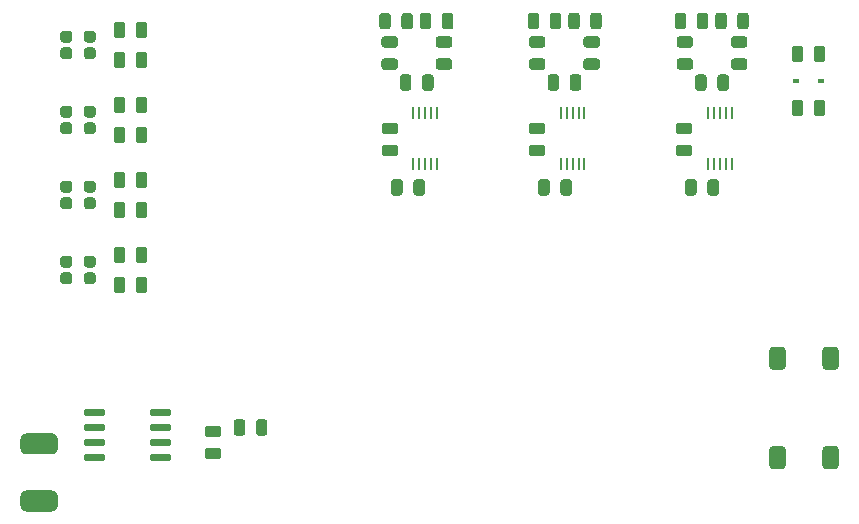
<source format=gtp>
G04 #@! TF.GenerationSoftware,KiCad,Pcbnew,5.1.6-c6e7f7d~87~ubuntu18.04.1*
G04 #@! TF.CreationDate,2021-04-28T11:05:25+02:00*
G04 #@! TF.ProjectId,MSS,4d53532e-6b69-4636-9164-5f7063625858,2.0*
G04 #@! TF.SameCoordinates,Original*
G04 #@! TF.FileFunction,Paste,Top*
G04 #@! TF.FilePolarity,Positive*
%FSLAX46Y46*%
G04 Gerber Fmt 4.6, Leading zero omitted, Abs format (unit mm)*
G04 Created by KiCad (PCBNEW 5.1.6-c6e7f7d~87~ubuntu18.04.1) date 2021-04-28 11:05:25*
%MOMM*%
%LPD*%
G01*
G04 APERTURE LIST*
%ADD10R,0.250000X1.100000*%
%ADD11R,0.600000X0.450000*%
G04 APERTURE END LIST*
G36*
G01*
X96558000Y-106100000D02*
X94298000Y-106100000D01*
G75*
G02*
X93853000Y-105655000I0J445000D01*
G01*
X93853000Y-104765000D01*
G75*
G02*
X94298000Y-104320000I445000J0D01*
G01*
X96558000Y-104320000D01*
G75*
G02*
X97003000Y-104765000I0J-445000D01*
G01*
X97003000Y-105655000D01*
G75*
G02*
X96558000Y-106100000I-445000J0D01*
G01*
G37*
G36*
G01*
X96558000Y-110930000D02*
X94298000Y-110930000D01*
G75*
G02*
X93853000Y-110485000I0J445000D01*
G01*
X93853000Y-109595000D01*
G75*
G02*
X94298000Y-109150000I445000J0D01*
G01*
X96558000Y-109150000D01*
G75*
G02*
X97003000Y-109595000I0J-445000D01*
G01*
X97003000Y-110485000D01*
G75*
G02*
X96558000Y-110930000I-445000J0D01*
G01*
G37*
G36*
G01*
X161748000Y-98614000D02*
X161748000Y-97314000D01*
G75*
G02*
X162098000Y-96964000I350000J0D01*
G01*
X162798000Y-96964000D01*
G75*
G02*
X163148000Y-97314000I0J-350000D01*
G01*
X163148000Y-98614000D01*
G75*
G02*
X162798000Y-98964000I-350000J0D01*
G01*
X162098000Y-98964000D01*
G75*
G02*
X161748000Y-98614000I0J350000D01*
G01*
G37*
G36*
G01*
X161748000Y-107014000D02*
X161748000Y-105714000D01*
G75*
G02*
X162098000Y-105364000I350000J0D01*
G01*
X162798000Y-105364000D01*
G75*
G02*
X163148000Y-105714000I0J-350000D01*
G01*
X163148000Y-107014000D01*
G75*
G02*
X162798000Y-107364000I-350000J0D01*
G01*
X162098000Y-107364000D01*
G75*
G02*
X161748000Y-107014000I0J350000D01*
G01*
G37*
G36*
G01*
X157248000Y-98614000D02*
X157248000Y-97314000D01*
G75*
G02*
X157598000Y-96964000I350000J0D01*
G01*
X158298000Y-96964000D01*
G75*
G02*
X158648000Y-97314000I0J-350000D01*
G01*
X158648000Y-98614000D01*
G75*
G02*
X158298000Y-98964000I-350000J0D01*
G01*
X157598000Y-98964000D01*
G75*
G02*
X157248000Y-98614000I0J350000D01*
G01*
G37*
G36*
G01*
X157248000Y-107014000D02*
X157248000Y-105714000D01*
G75*
G02*
X157598000Y-105364000I350000J0D01*
G01*
X158298000Y-105364000D01*
G75*
G02*
X158648000Y-105714000I0J-350000D01*
G01*
X158648000Y-107014000D01*
G75*
G02*
X158298000Y-107364000I-350000J0D01*
G01*
X157598000Y-107364000D01*
G75*
G02*
X157248000Y-107014000I0J350000D01*
G01*
G37*
G36*
G01*
X99230000Y-83680000D02*
X99230000Y-83180000D01*
G75*
G02*
X99480000Y-82930000I250000J0D01*
G01*
X99980000Y-82930000D01*
G75*
G02*
X100230000Y-83180000I0J-250000D01*
G01*
X100230000Y-83680000D01*
G75*
G02*
X99980000Y-83930000I-250000J0D01*
G01*
X99480000Y-83930000D01*
G75*
G02*
X99230000Y-83680000I0J250000D01*
G01*
G37*
G36*
G01*
X99230000Y-85080000D02*
X99230000Y-84580000D01*
G75*
G02*
X99480000Y-84330000I250000J0D01*
G01*
X99980000Y-84330000D01*
G75*
G02*
X100230000Y-84580000I0J-250000D01*
G01*
X100230000Y-85080000D01*
G75*
G02*
X99980000Y-85330000I-250000J0D01*
G01*
X99480000Y-85330000D01*
G75*
G02*
X99230000Y-85080000I0J250000D01*
G01*
G37*
G36*
G01*
X97230000Y-85080000D02*
X97230000Y-84580000D01*
G75*
G02*
X97480000Y-84330000I250000J0D01*
G01*
X97980000Y-84330000D01*
G75*
G02*
X98230000Y-84580000I0J-250000D01*
G01*
X98230000Y-85080000D01*
G75*
G02*
X97980000Y-85330000I-250000J0D01*
G01*
X97480000Y-85330000D01*
G75*
G02*
X97230000Y-85080000I0J250000D01*
G01*
G37*
G36*
G01*
X97230000Y-83680000D02*
X97230000Y-83180000D01*
G75*
G02*
X97480000Y-82930000I250000J0D01*
G01*
X97980000Y-82930000D01*
G75*
G02*
X98230000Y-83180000I0J-250000D01*
G01*
X98230000Y-83680000D01*
G75*
G02*
X97980000Y-83930000I-250000J0D01*
G01*
X97480000Y-83930000D01*
G75*
G02*
X97230000Y-83680000I0J250000D01*
G01*
G37*
G36*
G01*
X99230000Y-70980000D02*
X99230000Y-70480000D01*
G75*
G02*
X99480000Y-70230000I250000J0D01*
G01*
X99980000Y-70230000D01*
G75*
G02*
X100230000Y-70480000I0J-250000D01*
G01*
X100230000Y-70980000D01*
G75*
G02*
X99980000Y-71230000I-250000J0D01*
G01*
X99480000Y-71230000D01*
G75*
G02*
X99230000Y-70980000I0J250000D01*
G01*
G37*
G36*
G01*
X99230000Y-72380000D02*
X99230000Y-71880000D01*
G75*
G02*
X99480000Y-71630000I250000J0D01*
G01*
X99980000Y-71630000D01*
G75*
G02*
X100230000Y-71880000I0J-250000D01*
G01*
X100230000Y-72380000D01*
G75*
G02*
X99980000Y-72630000I-250000J0D01*
G01*
X99480000Y-72630000D01*
G75*
G02*
X99230000Y-72380000I0J250000D01*
G01*
G37*
G36*
G01*
X97230000Y-72380000D02*
X97230000Y-71880000D01*
G75*
G02*
X97480000Y-71630000I250000J0D01*
G01*
X97980000Y-71630000D01*
G75*
G02*
X98230000Y-71880000I0J-250000D01*
G01*
X98230000Y-72380000D01*
G75*
G02*
X97980000Y-72630000I-250000J0D01*
G01*
X97480000Y-72630000D01*
G75*
G02*
X97230000Y-72380000I0J250000D01*
G01*
G37*
G36*
G01*
X97230000Y-70980000D02*
X97230000Y-70480000D01*
G75*
G02*
X97480000Y-70230000I250000J0D01*
G01*
X97980000Y-70230000D01*
G75*
G02*
X98230000Y-70480000I0J-250000D01*
G01*
X98230000Y-70980000D01*
G75*
G02*
X97980000Y-71230000I-250000J0D01*
G01*
X97480000Y-71230000D01*
G75*
G02*
X97230000Y-70980000I0J250000D01*
G01*
G37*
G36*
G01*
X99230000Y-77330000D02*
X99230000Y-76830000D01*
G75*
G02*
X99480000Y-76580000I250000J0D01*
G01*
X99980000Y-76580000D01*
G75*
G02*
X100230000Y-76830000I0J-250000D01*
G01*
X100230000Y-77330000D01*
G75*
G02*
X99980000Y-77580000I-250000J0D01*
G01*
X99480000Y-77580000D01*
G75*
G02*
X99230000Y-77330000I0J250000D01*
G01*
G37*
G36*
G01*
X99230000Y-78730000D02*
X99230000Y-78230000D01*
G75*
G02*
X99480000Y-77980000I250000J0D01*
G01*
X99980000Y-77980000D01*
G75*
G02*
X100230000Y-78230000I0J-250000D01*
G01*
X100230000Y-78730000D01*
G75*
G02*
X99980000Y-78980000I-250000J0D01*
G01*
X99480000Y-78980000D01*
G75*
G02*
X99230000Y-78730000I0J250000D01*
G01*
G37*
G36*
G01*
X97230000Y-78730000D02*
X97230000Y-78230000D01*
G75*
G02*
X97480000Y-77980000I250000J0D01*
G01*
X97980000Y-77980000D01*
G75*
G02*
X98230000Y-78230000I0J-250000D01*
G01*
X98230000Y-78730000D01*
G75*
G02*
X97980000Y-78980000I-250000J0D01*
G01*
X97480000Y-78980000D01*
G75*
G02*
X97230000Y-78730000I0J250000D01*
G01*
G37*
G36*
G01*
X97230000Y-77330000D02*
X97230000Y-76830000D01*
G75*
G02*
X97480000Y-76580000I250000J0D01*
G01*
X97980000Y-76580000D01*
G75*
G02*
X98230000Y-76830000I0J-250000D01*
G01*
X98230000Y-77330000D01*
G75*
G02*
X97980000Y-77580000I-250000J0D01*
G01*
X97480000Y-77580000D01*
G75*
G02*
X97230000Y-77330000I0J250000D01*
G01*
G37*
G36*
G01*
X99230000Y-90030000D02*
X99230000Y-89530000D01*
G75*
G02*
X99480000Y-89280000I250000J0D01*
G01*
X99980000Y-89280000D01*
G75*
G02*
X100230000Y-89530000I0J-250000D01*
G01*
X100230000Y-90030000D01*
G75*
G02*
X99980000Y-90280000I-250000J0D01*
G01*
X99480000Y-90280000D01*
G75*
G02*
X99230000Y-90030000I0J250000D01*
G01*
G37*
G36*
G01*
X99230000Y-91430000D02*
X99230000Y-90930000D01*
G75*
G02*
X99480000Y-90680000I250000J0D01*
G01*
X99980000Y-90680000D01*
G75*
G02*
X100230000Y-90930000I0J-250000D01*
G01*
X100230000Y-91430000D01*
G75*
G02*
X99980000Y-91680000I-250000J0D01*
G01*
X99480000Y-91680000D01*
G75*
G02*
X99230000Y-91430000I0J250000D01*
G01*
G37*
G36*
G01*
X97230000Y-91430000D02*
X97230000Y-90930000D01*
G75*
G02*
X97480000Y-90680000I250000J0D01*
G01*
X97980000Y-90680000D01*
G75*
G02*
X98230000Y-90930000I0J-250000D01*
G01*
X98230000Y-91430000D01*
G75*
G02*
X97980000Y-91680000I-250000J0D01*
G01*
X97480000Y-91680000D01*
G75*
G02*
X97230000Y-91430000I0J250000D01*
G01*
G37*
G36*
G01*
X97230000Y-90030000D02*
X97230000Y-89530000D01*
G75*
G02*
X97480000Y-89280000I250000J0D01*
G01*
X97980000Y-89280000D01*
G75*
G02*
X98230000Y-89530000I0J-250000D01*
G01*
X98230000Y-90030000D01*
G75*
G02*
X97980000Y-90280000I-250000J0D01*
G01*
X97480000Y-90280000D01*
G75*
G02*
X97230000Y-90030000I0J250000D01*
G01*
G37*
G36*
G01*
X161029000Y-72648250D02*
X161029000Y-71735750D01*
G75*
G02*
X161272750Y-71492000I243750J0D01*
G01*
X161760250Y-71492000D01*
G75*
G02*
X162004000Y-71735750I0J-243750D01*
G01*
X162004000Y-72648250D01*
G75*
G02*
X161760250Y-72892000I-243750J0D01*
G01*
X161272750Y-72892000D01*
G75*
G02*
X161029000Y-72648250I0J243750D01*
G01*
G37*
G36*
G01*
X159154000Y-72648250D02*
X159154000Y-71735750D01*
G75*
G02*
X159397750Y-71492000I243750J0D01*
G01*
X159885250Y-71492000D01*
G75*
G02*
X160129000Y-71735750I0J-243750D01*
G01*
X160129000Y-72648250D01*
G75*
G02*
X159885250Y-72892000I-243750J0D01*
G01*
X159397750Y-72892000D01*
G75*
G02*
X159154000Y-72648250I0J243750D01*
G01*
G37*
G36*
G01*
X152012000Y-83951250D02*
X152012000Y-83038750D01*
G75*
G02*
X152255750Y-82795000I243750J0D01*
G01*
X152743250Y-82795000D01*
G75*
G02*
X152987000Y-83038750I0J-243750D01*
G01*
X152987000Y-83951250D01*
G75*
G02*
X152743250Y-84195000I-243750J0D01*
G01*
X152255750Y-84195000D01*
G75*
G02*
X152012000Y-83951250I0J243750D01*
G01*
G37*
G36*
G01*
X150137000Y-83951250D02*
X150137000Y-83038750D01*
G75*
G02*
X150380750Y-82795000I243750J0D01*
G01*
X150868250Y-82795000D01*
G75*
G02*
X151112000Y-83038750I0J-243750D01*
G01*
X151112000Y-83951250D01*
G75*
G02*
X150868250Y-84195000I-243750J0D01*
G01*
X150380750Y-84195000D01*
G75*
G02*
X150137000Y-83951250I0J243750D01*
G01*
G37*
G36*
G01*
X151955000Y-74157750D02*
X151955000Y-75070250D01*
G75*
G02*
X151711250Y-75314000I-243750J0D01*
G01*
X151223750Y-75314000D01*
G75*
G02*
X150980000Y-75070250I0J243750D01*
G01*
X150980000Y-74157750D01*
G75*
G02*
X151223750Y-73914000I243750J0D01*
G01*
X151711250Y-73914000D01*
G75*
G02*
X151955000Y-74157750I0J-243750D01*
G01*
G37*
G36*
G01*
X153830000Y-74157750D02*
X153830000Y-75070250D01*
G75*
G02*
X153586250Y-75314000I-243750J0D01*
G01*
X153098750Y-75314000D01*
G75*
G02*
X152855000Y-75070250I0J243750D01*
G01*
X152855000Y-74157750D01*
G75*
G02*
X153098750Y-73914000I243750J0D01*
G01*
X153586250Y-73914000D01*
G75*
G02*
X153830000Y-74157750I0J-243750D01*
G01*
G37*
G36*
G01*
X139566000Y-83951250D02*
X139566000Y-83038750D01*
G75*
G02*
X139809750Y-82795000I243750J0D01*
G01*
X140297250Y-82795000D01*
G75*
G02*
X140541000Y-83038750I0J-243750D01*
G01*
X140541000Y-83951250D01*
G75*
G02*
X140297250Y-84195000I-243750J0D01*
G01*
X139809750Y-84195000D01*
G75*
G02*
X139566000Y-83951250I0J243750D01*
G01*
G37*
G36*
G01*
X137691000Y-83951250D02*
X137691000Y-83038750D01*
G75*
G02*
X137934750Y-82795000I243750J0D01*
G01*
X138422250Y-82795000D01*
G75*
G02*
X138666000Y-83038750I0J-243750D01*
G01*
X138666000Y-83951250D01*
G75*
G02*
X138422250Y-84195000I-243750J0D01*
G01*
X137934750Y-84195000D01*
G75*
G02*
X137691000Y-83951250I0J243750D01*
G01*
G37*
G36*
G01*
X139455000Y-74157750D02*
X139455000Y-75070250D01*
G75*
G02*
X139211250Y-75314000I-243750J0D01*
G01*
X138723750Y-75314000D01*
G75*
G02*
X138480000Y-75070250I0J243750D01*
G01*
X138480000Y-74157750D01*
G75*
G02*
X138723750Y-73914000I243750J0D01*
G01*
X139211250Y-73914000D01*
G75*
G02*
X139455000Y-74157750I0J-243750D01*
G01*
G37*
G36*
G01*
X141330000Y-74157750D02*
X141330000Y-75070250D01*
G75*
G02*
X141086250Y-75314000I-243750J0D01*
G01*
X140598750Y-75314000D01*
G75*
G02*
X140355000Y-75070250I0J243750D01*
G01*
X140355000Y-74157750D01*
G75*
G02*
X140598750Y-73914000I243750J0D01*
G01*
X141086250Y-73914000D01*
G75*
G02*
X141330000Y-74157750I0J-243750D01*
G01*
G37*
G36*
G01*
X127120000Y-83951250D02*
X127120000Y-83038750D01*
G75*
G02*
X127363750Y-82795000I243750J0D01*
G01*
X127851250Y-82795000D01*
G75*
G02*
X128095000Y-83038750I0J-243750D01*
G01*
X128095000Y-83951250D01*
G75*
G02*
X127851250Y-84195000I-243750J0D01*
G01*
X127363750Y-84195000D01*
G75*
G02*
X127120000Y-83951250I0J243750D01*
G01*
G37*
G36*
G01*
X125245000Y-83951250D02*
X125245000Y-83038750D01*
G75*
G02*
X125488750Y-82795000I243750J0D01*
G01*
X125976250Y-82795000D01*
G75*
G02*
X126220000Y-83038750I0J-243750D01*
G01*
X126220000Y-83951250D01*
G75*
G02*
X125976250Y-84195000I-243750J0D01*
G01*
X125488750Y-84195000D01*
G75*
G02*
X125245000Y-83951250I0J243750D01*
G01*
G37*
G36*
G01*
X126955000Y-74157750D02*
X126955000Y-75070250D01*
G75*
G02*
X126711250Y-75314000I-243750J0D01*
G01*
X126223750Y-75314000D01*
G75*
G02*
X125980000Y-75070250I0J243750D01*
G01*
X125980000Y-74157750D01*
G75*
G02*
X126223750Y-73914000I243750J0D01*
G01*
X126711250Y-73914000D01*
G75*
G02*
X126955000Y-74157750I0J-243750D01*
G01*
G37*
G36*
G01*
X128830000Y-74157750D02*
X128830000Y-75070250D01*
G75*
G02*
X128586250Y-75314000I-243750J0D01*
G01*
X128098750Y-75314000D01*
G75*
G02*
X127855000Y-75070250I0J243750D01*
G01*
X127855000Y-74157750D01*
G75*
G02*
X128098750Y-73914000I243750J0D01*
G01*
X128586250Y-73914000D01*
G75*
G02*
X128830000Y-74157750I0J-243750D01*
G01*
G37*
G36*
G01*
X160129000Y-76307750D02*
X160129000Y-77220250D01*
G75*
G02*
X159885250Y-77464000I-243750J0D01*
G01*
X159397750Y-77464000D01*
G75*
G02*
X159154000Y-77220250I0J243750D01*
G01*
X159154000Y-76307750D01*
G75*
G02*
X159397750Y-76064000I243750J0D01*
G01*
X159885250Y-76064000D01*
G75*
G02*
X160129000Y-76307750I0J-243750D01*
G01*
G37*
G36*
G01*
X162004000Y-76307750D02*
X162004000Y-77220250D01*
G75*
G02*
X161760250Y-77464000I-243750J0D01*
G01*
X161272750Y-77464000D01*
G75*
G02*
X161029000Y-77220250I0J243750D01*
G01*
X161029000Y-76307750D01*
G75*
G02*
X161272750Y-76064000I243750J0D01*
G01*
X161760250Y-76064000D01*
G75*
G02*
X162004000Y-76307750I0J-243750D01*
G01*
G37*
G36*
G01*
X150494250Y-78981000D02*
X149581750Y-78981000D01*
G75*
G02*
X149338000Y-78737250I0J243750D01*
G01*
X149338000Y-78249750D01*
G75*
G02*
X149581750Y-78006000I243750J0D01*
G01*
X150494250Y-78006000D01*
G75*
G02*
X150738000Y-78249750I0J-243750D01*
G01*
X150738000Y-78737250D01*
G75*
G02*
X150494250Y-78981000I-243750J0D01*
G01*
G37*
G36*
G01*
X150494250Y-80856000D02*
X149581750Y-80856000D01*
G75*
G02*
X149338000Y-80612250I0J243750D01*
G01*
X149338000Y-80124750D01*
G75*
G02*
X149581750Y-79881000I243750J0D01*
G01*
X150494250Y-79881000D01*
G75*
G02*
X150738000Y-80124750I0J-243750D01*
G01*
X150738000Y-80612250D01*
G75*
G02*
X150494250Y-80856000I-243750J0D01*
G01*
G37*
G36*
G01*
X154552000Y-69854250D02*
X154552000Y-68941750D01*
G75*
G02*
X154795750Y-68698000I243750J0D01*
G01*
X155283250Y-68698000D01*
G75*
G02*
X155527000Y-68941750I0J-243750D01*
G01*
X155527000Y-69854250D01*
G75*
G02*
X155283250Y-70098000I-243750J0D01*
G01*
X154795750Y-70098000D01*
G75*
G02*
X154552000Y-69854250I0J243750D01*
G01*
G37*
G36*
G01*
X152677000Y-69854250D02*
X152677000Y-68941750D01*
G75*
G02*
X152920750Y-68698000I243750J0D01*
G01*
X153408250Y-68698000D01*
G75*
G02*
X153652000Y-68941750I0J-243750D01*
G01*
X153652000Y-69854250D01*
G75*
G02*
X153408250Y-70098000I-243750J0D01*
G01*
X152920750Y-70098000D01*
G75*
G02*
X152677000Y-69854250I0J243750D01*
G01*
G37*
G36*
G01*
X150223000Y-68941750D02*
X150223000Y-69854250D01*
G75*
G02*
X149979250Y-70098000I-243750J0D01*
G01*
X149491750Y-70098000D01*
G75*
G02*
X149248000Y-69854250I0J243750D01*
G01*
X149248000Y-68941750D01*
G75*
G02*
X149491750Y-68698000I243750J0D01*
G01*
X149979250Y-68698000D01*
G75*
G02*
X150223000Y-68941750I0J-243750D01*
G01*
G37*
G36*
G01*
X152098000Y-68941750D02*
X152098000Y-69854250D01*
G75*
G02*
X151854250Y-70098000I-243750J0D01*
G01*
X151366750Y-70098000D01*
G75*
G02*
X151123000Y-69854250I0J243750D01*
G01*
X151123000Y-68941750D01*
G75*
G02*
X151366750Y-68698000I243750J0D01*
G01*
X151854250Y-68698000D01*
G75*
G02*
X152098000Y-68941750I0J-243750D01*
G01*
G37*
G36*
G01*
X155161250Y-71664000D02*
X154248750Y-71664000D01*
G75*
G02*
X154005000Y-71420250I0J243750D01*
G01*
X154005000Y-70932750D01*
G75*
G02*
X154248750Y-70689000I243750J0D01*
G01*
X155161250Y-70689000D01*
G75*
G02*
X155405000Y-70932750I0J-243750D01*
G01*
X155405000Y-71420250D01*
G75*
G02*
X155161250Y-71664000I-243750J0D01*
G01*
G37*
G36*
G01*
X155161250Y-73539000D02*
X154248750Y-73539000D01*
G75*
G02*
X154005000Y-73295250I0J243750D01*
G01*
X154005000Y-72807750D01*
G75*
G02*
X154248750Y-72564000I243750J0D01*
G01*
X155161250Y-72564000D01*
G75*
G02*
X155405000Y-72807750I0J-243750D01*
G01*
X155405000Y-73295250D01*
G75*
G02*
X155161250Y-73539000I-243750J0D01*
G01*
G37*
G36*
G01*
X150561250Y-71664000D02*
X149648750Y-71664000D01*
G75*
G02*
X149405000Y-71420250I0J243750D01*
G01*
X149405000Y-70932750D01*
G75*
G02*
X149648750Y-70689000I243750J0D01*
G01*
X150561250Y-70689000D01*
G75*
G02*
X150805000Y-70932750I0J-243750D01*
G01*
X150805000Y-71420250D01*
G75*
G02*
X150561250Y-71664000I-243750J0D01*
G01*
G37*
G36*
G01*
X150561250Y-73539000D02*
X149648750Y-73539000D01*
G75*
G02*
X149405000Y-73295250I0J243750D01*
G01*
X149405000Y-72807750D01*
G75*
G02*
X149648750Y-72564000I243750J0D01*
G01*
X150561250Y-72564000D01*
G75*
G02*
X150805000Y-72807750I0J-243750D01*
G01*
X150805000Y-73295250D01*
G75*
G02*
X150561250Y-73539000I-243750J0D01*
G01*
G37*
G36*
G01*
X138048250Y-78981000D02*
X137135750Y-78981000D01*
G75*
G02*
X136892000Y-78737250I0J243750D01*
G01*
X136892000Y-78249750D01*
G75*
G02*
X137135750Y-78006000I243750J0D01*
G01*
X138048250Y-78006000D01*
G75*
G02*
X138292000Y-78249750I0J-243750D01*
G01*
X138292000Y-78737250D01*
G75*
G02*
X138048250Y-78981000I-243750J0D01*
G01*
G37*
G36*
G01*
X138048250Y-80856000D02*
X137135750Y-80856000D01*
G75*
G02*
X136892000Y-80612250I0J243750D01*
G01*
X136892000Y-80124750D01*
G75*
G02*
X137135750Y-79881000I243750J0D01*
G01*
X138048250Y-79881000D01*
G75*
G02*
X138292000Y-80124750I0J-243750D01*
G01*
X138292000Y-80612250D01*
G75*
G02*
X138048250Y-80856000I-243750J0D01*
G01*
G37*
G36*
G01*
X142106000Y-69854250D02*
X142106000Y-68941750D01*
G75*
G02*
X142349750Y-68698000I243750J0D01*
G01*
X142837250Y-68698000D01*
G75*
G02*
X143081000Y-68941750I0J-243750D01*
G01*
X143081000Y-69854250D01*
G75*
G02*
X142837250Y-70098000I-243750J0D01*
G01*
X142349750Y-70098000D01*
G75*
G02*
X142106000Y-69854250I0J243750D01*
G01*
G37*
G36*
G01*
X140231000Y-69854250D02*
X140231000Y-68941750D01*
G75*
G02*
X140474750Y-68698000I243750J0D01*
G01*
X140962250Y-68698000D01*
G75*
G02*
X141206000Y-68941750I0J-243750D01*
G01*
X141206000Y-69854250D01*
G75*
G02*
X140962250Y-70098000I-243750J0D01*
G01*
X140474750Y-70098000D01*
G75*
G02*
X140231000Y-69854250I0J243750D01*
G01*
G37*
G36*
G01*
X137777000Y-68941750D02*
X137777000Y-69854250D01*
G75*
G02*
X137533250Y-70098000I-243750J0D01*
G01*
X137045750Y-70098000D01*
G75*
G02*
X136802000Y-69854250I0J243750D01*
G01*
X136802000Y-68941750D01*
G75*
G02*
X137045750Y-68698000I243750J0D01*
G01*
X137533250Y-68698000D01*
G75*
G02*
X137777000Y-68941750I0J-243750D01*
G01*
G37*
G36*
G01*
X139652000Y-68941750D02*
X139652000Y-69854250D01*
G75*
G02*
X139408250Y-70098000I-243750J0D01*
G01*
X138920750Y-70098000D01*
G75*
G02*
X138677000Y-69854250I0J243750D01*
G01*
X138677000Y-68941750D01*
G75*
G02*
X138920750Y-68698000I243750J0D01*
G01*
X139408250Y-68698000D01*
G75*
G02*
X139652000Y-68941750I0J-243750D01*
G01*
G37*
G36*
G01*
X142661250Y-71664000D02*
X141748750Y-71664000D01*
G75*
G02*
X141505000Y-71420250I0J243750D01*
G01*
X141505000Y-70932750D01*
G75*
G02*
X141748750Y-70689000I243750J0D01*
G01*
X142661250Y-70689000D01*
G75*
G02*
X142905000Y-70932750I0J-243750D01*
G01*
X142905000Y-71420250D01*
G75*
G02*
X142661250Y-71664000I-243750J0D01*
G01*
G37*
G36*
G01*
X142661250Y-73539000D02*
X141748750Y-73539000D01*
G75*
G02*
X141505000Y-73295250I0J243750D01*
G01*
X141505000Y-72807750D01*
G75*
G02*
X141748750Y-72564000I243750J0D01*
G01*
X142661250Y-72564000D01*
G75*
G02*
X142905000Y-72807750I0J-243750D01*
G01*
X142905000Y-73295250D01*
G75*
G02*
X142661250Y-73539000I-243750J0D01*
G01*
G37*
G36*
G01*
X138061250Y-71664000D02*
X137148750Y-71664000D01*
G75*
G02*
X136905000Y-71420250I0J243750D01*
G01*
X136905000Y-70932750D01*
G75*
G02*
X137148750Y-70689000I243750J0D01*
G01*
X138061250Y-70689000D01*
G75*
G02*
X138305000Y-70932750I0J-243750D01*
G01*
X138305000Y-71420250D01*
G75*
G02*
X138061250Y-71664000I-243750J0D01*
G01*
G37*
G36*
G01*
X138061250Y-73539000D02*
X137148750Y-73539000D01*
G75*
G02*
X136905000Y-73295250I0J243750D01*
G01*
X136905000Y-72807750D01*
G75*
G02*
X137148750Y-72564000I243750J0D01*
G01*
X138061250Y-72564000D01*
G75*
G02*
X138305000Y-72807750I0J-243750D01*
G01*
X138305000Y-73295250D01*
G75*
G02*
X138061250Y-73539000I-243750J0D01*
G01*
G37*
G36*
G01*
X125602250Y-78981000D02*
X124689750Y-78981000D01*
G75*
G02*
X124446000Y-78737250I0J243750D01*
G01*
X124446000Y-78249750D01*
G75*
G02*
X124689750Y-78006000I243750J0D01*
G01*
X125602250Y-78006000D01*
G75*
G02*
X125846000Y-78249750I0J-243750D01*
G01*
X125846000Y-78737250D01*
G75*
G02*
X125602250Y-78981000I-243750J0D01*
G01*
G37*
G36*
G01*
X125602250Y-80856000D02*
X124689750Y-80856000D01*
G75*
G02*
X124446000Y-80612250I0J243750D01*
G01*
X124446000Y-80124750D01*
G75*
G02*
X124689750Y-79881000I243750J0D01*
G01*
X125602250Y-79881000D01*
G75*
G02*
X125846000Y-80124750I0J-243750D01*
G01*
X125846000Y-80612250D01*
G75*
G02*
X125602250Y-80856000I-243750J0D01*
G01*
G37*
G36*
G01*
X129533000Y-69870250D02*
X129533000Y-68957750D01*
G75*
G02*
X129776750Y-68714000I243750J0D01*
G01*
X130264250Y-68714000D01*
G75*
G02*
X130508000Y-68957750I0J-243750D01*
G01*
X130508000Y-69870250D01*
G75*
G02*
X130264250Y-70114000I-243750J0D01*
G01*
X129776750Y-70114000D01*
G75*
G02*
X129533000Y-69870250I0J243750D01*
G01*
G37*
G36*
G01*
X127658000Y-69870250D02*
X127658000Y-68957750D01*
G75*
G02*
X127901750Y-68714000I243750J0D01*
G01*
X128389250Y-68714000D01*
G75*
G02*
X128633000Y-68957750I0J-243750D01*
G01*
X128633000Y-69870250D01*
G75*
G02*
X128389250Y-70114000I-243750J0D01*
G01*
X127901750Y-70114000D01*
G75*
G02*
X127658000Y-69870250I0J243750D01*
G01*
G37*
G36*
G01*
X125204000Y-68957750D02*
X125204000Y-69870250D01*
G75*
G02*
X124960250Y-70114000I-243750J0D01*
G01*
X124472750Y-70114000D01*
G75*
G02*
X124229000Y-69870250I0J243750D01*
G01*
X124229000Y-68957750D01*
G75*
G02*
X124472750Y-68714000I243750J0D01*
G01*
X124960250Y-68714000D01*
G75*
G02*
X125204000Y-68957750I0J-243750D01*
G01*
G37*
G36*
G01*
X127079000Y-68957750D02*
X127079000Y-69870250D01*
G75*
G02*
X126835250Y-70114000I-243750J0D01*
G01*
X126347750Y-70114000D01*
G75*
G02*
X126104000Y-69870250I0J243750D01*
G01*
X126104000Y-68957750D01*
G75*
G02*
X126347750Y-68714000I243750J0D01*
G01*
X126835250Y-68714000D01*
G75*
G02*
X127079000Y-68957750I0J-243750D01*
G01*
G37*
G36*
G01*
X130161250Y-71664000D02*
X129248750Y-71664000D01*
G75*
G02*
X129005000Y-71420250I0J243750D01*
G01*
X129005000Y-70932750D01*
G75*
G02*
X129248750Y-70689000I243750J0D01*
G01*
X130161250Y-70689000D01*
G75*
G02*
X130405000Y-70932750I0J-243750D01*
G01*
X130405000Y-71420250D01*
G75*
G02*
X130161250Y-71664000I-243750J0D01*
G01*
G37*
G36*
G01*
X130161250Y-73539000D02*
X129248750Y-73539000D01*
G75*
G02*
X129005000Y-73295250I0J243750D01*
G01*
X129005000Y-72807750D01*
G75*
G02*
X129248750Y-72564000I243750J0D01*
G01*
X130161250Y-72564000D01*
G75*
G02*
X130405000Y-72807750I0J-243750D01*
G01*
X130405000Y-73295250D01*
G75*
G02*
X130161250Y-73539000I-243750J0D01*
G01*
G37*
G36*
G01*
X125561250Y-71664000D02*
X124648750Y-71664000D01*
G75*
G02*
X124405000Y-71420250I0J243750D01*
G01*
X124405000Y-70932750D01*
G75*
G02*
X124648750Y-70689000I243750J0D01*
G01*
X125561250Y-70689000D01*
G75*
G02*
X125805000Y-70932750I0J-243750D01*
G01*
X125805000Y-71420250D01*
G75*
G02*
X125561250Y-71664000I-243750J0D01*
G01*
G37*
G36*
G01*
X125561250Y-73539000D02*
X124648750Y-73539000D01*
G75*
G02*
X124405000Y-73295250I0J243750D01*
G01*
X124405000Y-72807750D01*
G75*
G02*
X124648750Y-72564000I243750J0D01*
G01*
X125561250Y-72564000D01*
G75*
G02*
X125805000Y-72807750I0J-243750D01*
G01*
X125805000Y-73295250D01*
G75*
G02*
X125561250Y-73539000I-243750J0D01*
G01*
G37*
G36*
G01*
X102725000Y-82403750D02*
X102725000Y-83316250D01*
G75*
G02*
X102481250Y-83560000I-243750J0D01*
G01*
X101993750Y-83560000D01*
G75*
G02*
X101750000Y-83316250I0J243750D01*
G01*
X101750000Y-82403750D01*
G75*
G02*
X101993750Y-82160000I243750J0D01*
G01*
X102481250Y-82160000D01*
G75*
G02*
X102725000Y-82403750I0J-243750D01*
G01*
G37*
G36*
G01*
X104600000Y-82403750D02*
X104600000Y-83316250D01*
G75*
G02*
X104356250Y-83560000I-243750J0D01*
G01*
X103868750Y-83560000D01*
G75*
G02*
X103625000Y-83316250I0J243750D01*
G01*
X103625000Y-82403750D01*
G75*
G02*
X103868750Y-82160000I243750J0D01*
G01*
X104356250Y-82160000D01*
G75*
G02*
X104600000Y-82403750I0J-243750D01*
G01*
G37*
G36*
G01*
X102725000Y-84943750D02*
X102725000Y-85856250D01*
G75*
G02*
X102481250Y-86100000I-243750J0D01*
G01*
X101993750Y-86100000D01*
G75*
G02*
X101750000Y-85856250I0J243750D01*
G01*
X101750000Y-84943750D01*
G75*
G02*
X101993750Y-84700000I243750J0D01*
G01*
X102481250Y-84700000D01*
G75*
G02*
X102725000Y-84943750I0J-243750D01*
G01*
G37*
G36*
G01*
X104600000Y-84943750D02*
X104600000Y-85856250D01*
G75*
G02*
X104356250Y-86100000I-243750J0D01*
G01*
X103868750Y-86100000D01*
G75*
G02*
X103625000Y-85856250I0J243750D01*
G01*
X103625000Y-84943750D01*
G75*
G02*
X103868750Y-84700000I243750J0D01*
G01*
X104356250Y-84700000D01*
G75*
G02*
X104600000Y-84943750I0J-243750D01*
G01*
G37*
G36*
G01*
X102725000Y-69703750D02*
X102725000Y-70616250D01*
G75*
G02*
X102481250Y-70860000I-243750J0D01*
G01*
X101993750Y-70860000D01*
G75*
G02*
X101750000Y-70616250I0J243750D01*
G01*
X101750000Y-69703750D01*
G75*
G02*
X101993750Y-69460000I243750J0D01*
G01*
X102481250Y-69460000D01*
G75*
G02*
X102725000Y-69703750I0J-243750D01*
G01*
G37*
G36*
G01*
X104600000Y-69703750D02*
X104600000Y-70616250D01*
G75*
G02*
X104356250Y-70860000I-243750J0D01*
G01*
X103868750Y-70860000D01*
G75*
G02*
X103625000Y-70616250I0J243750D01*
G01*
X103625000Y-69703750D01*
G75*
G02*
X103868750Y-69460000I243750J0D01*
G01*
X104356250Y-69460000D01*
G75*
G02*
X104600000Y-69703750I0J-243750D01*
G01*
G37*
G36*
G01*
X102725000Y-72243750D02*
X102725000Y-73156250D01*
G75*
G02*
X102481250Y-73400000I-243750J0D01*
G01*
X101993750Y-73400000D01*
G75*
G02*
X101750000Y-73156250I0J243750D01*
G01*
X101750000Y-72243750D01*
G75*
G02*
X101993750Y-72000000I243750J0D01*
G01*
X102481250Y-72000000D01*
G75*
G02*
X102725000Y-72243750I0J-243750D01*
G01*
G37*
G36*
G01*
X104600000Y-72243750D02*
X104600000Y-73156250D01*
G75*
G02*
X104356250Y-73400000I-243750J0D01*
G01*
X103868750Y-73400000D01*
G75*
G02*
X103625000Y-73156250I0J243750D01*
G01*
X103625000Y-72243750D01*
G75*
G02*
X103868750Y-72000000I243750J0D01*
G01*
X104356250Y-72000000D01*
G75*
G02*
X104600000Y-72243750I0J-243750D01*
G01*
G37*
G36*
G01*
X102725000Y-76053750D02*
X102725000Y-76966250D01*
G75*
G02*
X102481250Y-77210000I-243750J0D01*
G01*
X101993750Y-77210000D01*
G75*
G02*
X101750000Y-76966250I0J243750D01*
G01*
X101750000Y-76053750D01*
G75*
G02*
X101993750Y-75810000I243750J0D01*
G01*
X102481250Y-75810000D01*
G75*
G02*
X102725000Y-76053750I0J-243750D01*
G01*
G37*
G36*
G01*
X104600000Y-76053750D02*
X104600000Y-76966250D01*
G75*
G02*
X104356250Y-77210000I-243750J0D01*
G01*
X103868750Y-77210000D01*
G75*
G02*
X103625000Y-76966250I0J243750D01*
G01*
X103625000Y-76053750D01*
G75*
G02*
X103868750Y-75810000I243750J0D01*
G01*
X104356250Y-75810000D01*
G75*
G02*
X104600000Y-76053750I0J-243750D01*
G01*
G37*
G36*
G01*
X102725000Y-78593750D02*
X102725000Y-79506250D01*
G75*
G02*
X102481250Y-79750000I-243750J0D01*
G01*
X101993750Y-79750000D01*
G75*
G02*
X101750000Y-79506250I0J243750D01*
G01*
X101750000Y-78593750D01*
G75*
G02*
X101993750Y-78350000I243750J0D01*
G01*
X102481250Y-78350000D01*
G75*
G02*
X102725000Y-78593750I0J-243750D01*
G01*
G37*
G36*
G01*
X104600000Y-78593750D02*
X104600000Y-79506250D01*
G75*
G02*
X104356250Y-79750000I-243750J0D01*
G01*
X103868750Y-79750000D01*
G75*
G02*
X103625000Y-79506250I0J243750D01*
G01*
X103625000Y-78593750D01*
G75*
G02*
X103868750Y-78350000I243750J0D01*
G01*
X104356250Y-78350000D01*
G75*
G02*
X104600000Y-78593750I0J-243750D01*
G01*
G37*
G36*
G01*
X102725000Y-88753750D02*
X102725000Y-89666250D01*
G75*
G02*
X102481250Y-89910000I-243750J0D01*
G01*
X101993750Y-89910000D01*
G75*
G02*
X101750000Y-89666250I0J243750D01*
G01*
X101750000Y-88753750D01*
G75*
G02*
X101993750Y-88510000I243750J0D01*
G01*
X102481250Y-88510000D01*
G75*
G02*
X102725000Y-88753750I0J-243750D01*
G01*
G37*
G36*
G01*
X104600000Y-88753750D02*
X104600000Y-89666250D01*
G75*
G02*
X104356250Y-89910000I-243750J0D01*
G01*
X103868750Y-89910000D01*
G75*
G02*
X103625000Y-89666250I0J243750D01*
G01*
X103625000Y-88753750D01*
G75*
G02*
X103868750Y-88510000I243750J0D01*
G01*
X104356250Y-88510000D01*
G75*
G02*
X104600000Y-88753750I0J-243750D01*
G01*
G37*
G36*
G01*
X102725000Y-91293750D02*
X102725000Y-92206250D01*
G75*
G02*
X102481250Y-92450000I-243750J0D01*
G01*
X101993750Y-92450000D01*
G75*
G02*
X101750000Y-92206250I0J243750D01*
G01*
X101750000Y-91293750D01*
G75*
G02*
X101993750Y-91050000I243750J0D01*
G01*
X102481250Y-91050000D01*
G75*
G02*
X102725000Y-91293750I0J-243750D01*
G01*
G37*
G36*
G01*
X104600000Y-91293750D02*
X104600000Y-92206250D01*
G75*
G02*
X104356250Y-92450000I-243750J0D01*
G01*
X103868750Y-92450000D01*
G75*
G02*
X103625000Y-92206250I0J243750D01*
G01*
X103625000Y-91293750D01*
G75*
G02*
X103868750Y-91050000I243750J0D01*
G01*
X104356250Y-91050000D01*
G75*
G02*
X104600000Y-91293750I0J-243750D01*
G01*
G37*
G36*
G01*
X112885000Y-103358750D02*
X112885000Y-104271250D01*
G75*
G02*
X112641250Y-104515000I-243750J0D01*
G01*
X112153750Y-104515000D01*
G75*
G02*
X111910000Y-104271250I0J243750D01*
G01*
X111910000Y-103358750D01*
G75*
G02*
X112153750Y-103115000I243750J0D01*
G01*
X112641250Y-103115000D01*
G75*
G02*
X112885000Y-103358750I0J-243750D01*
G01*
G37*
G36*
G01*
X114760000Y-103358750D02*
X114760000Y-104271250D01*
G75*
G02*
X114516250Y-104515000I-243750J0D01*
G01*
X114028750Y-104515000D01*
G75*
G02*
X113785000Y-104271250I0J243750D01*
G01*
X113785000Y-103358750D01*
G75*
G02*
X114028750Y-103115000I243750J0D01*
G01*
X114516250Y-103115000D01*
G75*
G02*
X114760000Y-103358750I0J-243750D01*
G01*
G37*
G36*
G01*
X109703750Y-105535000D02*
X110616250Y-105535000D01*
G75*
G02*
X110860000Y-105778750I0J-243750D01*
G01*
X110860000Y-106266250D01*
G75*
G02*
X110616250Y-106510000I-243750J0D01*
G01*
X109703750Y-106510000D01*
G75*
G02*
X109460000Y-106266250I0J243750D01*
G01*
X109460000Y-105778750D01*
G75*
G02*
X109703750Y-105535000I243750J0D01*
G01*
G37*
G36*
G01*
X109703750Y-103660000D02*
X110616250Y-103660000D01*
G75*
G02*
X110860000Y-103903750I0J-243750D01*
G01*
X110860000Y-104391250D01*
G75*
G02*
X110616250Y-104635000I-243750J0D01*
G01*
X109703750Y-104635000D01*
G75*
G02*
X109460000Y-104391250I0J243750D01*
G01*
X109460000Y-103903750D01*
G75*
G02*
X109703750Y-103660000I243750J0D01*
G01*
G37*
D10*
X154105000Y-77199000D03*
X153605000Y-77199000D03*
X153105000Y-77199000D03*
X152605000Y-77199000D03*
X152105000Y-77199000D03*
X152105000Y-81499000D03*
X152605000Y-81499000D03*
X153105000Y-81499000D03*
X153605000Y-81499000D03*
X154105000Y-81499000D03*
X141605000Y-77199000D03*
X141105000Y-77199000D03*
X140605000Y-77199000D03*
X140105000Y-77199000D03*
X139605000Y-77199000D03*
X139605000Y-81499000D03*
X140105000Y-81499000D03*
X140605000Y-81499000D03*
X141105000Y-81499000D03*
X141605000Y-81499000D03*
X129105000Y-81499000D03*
X128605000Y-81499000D03*
X128105000Y-81499000D03*
X127605000Y-81499000D03*
X127105000Y-81499000D03*
X127105000Y-77199000D03*
X127605000Y-77199000D03*
X128105000Y-77199000D03*
X128605000Y-77199000D03*
X129105000Y-77199000D03*
G36*
G01*
X106596000Y-106192500D02*
X106596000Y-106517500D01*
G75*
G02*
X106433500Y-106680000I-162500J0D01*
G01*
X105008500Y-106680000D01*
G75*
G02*
X104846000Y-106517500I0J162500D01*
G01*
X104846000Y-106192500D01*
G75*
G02*
X105008500Y-106030000I162500J0D01*
G01*
X106433500Y-106030000D01*
G75*
G02*
X106596000Y-106192500I0J-162500D01*
G01*
G37*
G36*
G01*
X106596000Y-104922500D02*
X106596000Y-105247500D01*
G75*
G02*
X106433500Y-105410000I-162500J0D01*
G01*
X105008500Y-105410000D01*
G75*
G02*
X104846000Y-105247500I0J162500D01*
G01*
X104846000Y-104922500D01*
G75*
G02*
X105008500Y-104760000I162500J0D01*
G01*
X106433500Y-104760000D01*
G75*
G02*
X106596000Y-104922500I0J-162500D01*
G01*
G37*
G36*
G01*
X106596000Y-103652500D02*
X106596000Y-103977500D01*
G75*
G02*
X106433500Y-104140000I-162500J0D01*
G01*
X105008500Y-104140000D01*
G75*
G02*
X104846000Y-103977500I0J162500D01*
G01*
X104846000Y-103652500D01*
G75*
G02*
X105008500Y-103490000I162500J0D01*
G01*
X106433500Y-103490000D01*
G75*
G02*
X106596000Y-103652500I0J-162500D01*
G01*
G37*
G36*
G01*
X106596000Y-102382500D02*
X106596000Y-102707500D01*
G75*
G02*
X106433500Y-102870000I-162500J0D01*
G01*
X105008500Y-102870000D01*
G75*
G02*
X104846000Y-102707500I0J162500D01*
G01*
X104846000Y-102382500D01*
G75*
G02*
X105008500Y-102220000I162500J0D01*
G01*
X106433500Y-102220000D01*
G75*
G02*
X106596000Y-102382500I0J-162500D01*
G01*
G37*
G36*
G01*
X100996000Y-102382500D02*
X100996000Y-102707500D01*
G75*
G02*
X100833500Y-102870000I-162500J0D01*
G01*
X99408500Y-102870000D01*
G75*
G02*
X99246000Y-102707500I0J162500D01*
G01*
X99246000Y-102382500D01*
G75*
G02*
X99408500Y-102220000I162500J0D01*
G01*
X100833500Y-102220000D01*
G75*
G02*
X100996000Y-102382500I0J-162500D01*
G01*
G37*
G36*
G01*
X100996000Y-103652500D02*
X100996000Y-103977500D01*
G75*
G02*
X100833500Y-104140000I-162500J0D01*
G01*
X99408500Y-104140000D01*
G75*
G02*
X99246000Y-103977500I0J162500D01*
G01*
X99246000Y-103652500D01*
G75*
G02*
X99408500Y-103490000I162500J0D01*
G01*
X100833500Y-103490000D01*
G75*
G02*
X100996000Y-103652500I0J-162500D01*
G01*
G37*
G36*
G01*
X100996000Y-104922500D02*
X100996000Y-105247500D01*
G75*
G02*
X100833500Y-105410000I-162500J0D01*
G01*
X99408500Y-105410000D01*
G75*
G02*
X99246000Y-105247500I0J162500D01*
G01*
X99246000Y-104922500D01*
G75*
G02*
X99408500Y-104760000I162500J0D01*
G01*
X100833500Y-104760000D01*
G75*
G02*
X100996000Y-104922500I0J-162500D01*
G01*
G37*
G36*
G01*
X100996000Y-106192500D02*
X100996000Y-106517500D01*
G75*
G02*
X100833500Y-106680000I-162500J0D01*
G01*
X99408500Y-106680000D01*
G75*
G02*
X99246000Y-106517500I0J162500D01*
G01*
X99246000Y-106192500D01*
G75*
G02*
X99408500Y-106030000I162500J0D01*
G01*
X100833500Y-106030000D01*
G75*
G02*
X100996000Y-106192500I0J-162500D01*
G01*
G37*
D11*
X159529000Y-74478000D03*
X161629000Y-74478000D03*
M02*

</source>
